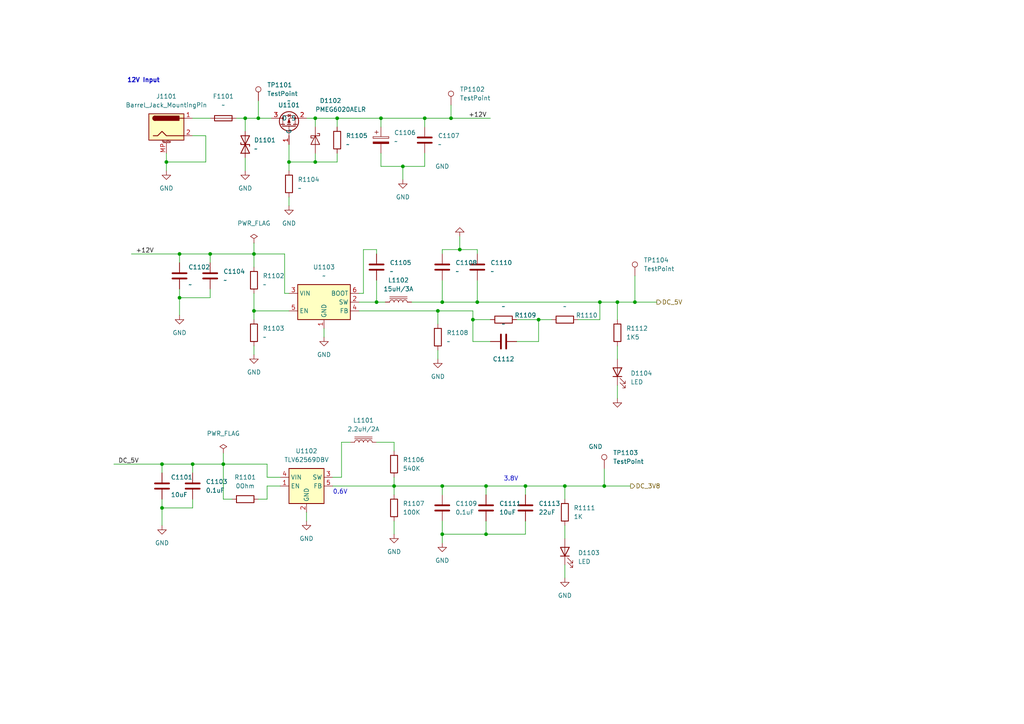
<source format=kicad_sch>
(kicad_sch (version 20211123) (generator eeschema)
  (paper "A4")
  (lib_symbols
    (symbol "Connector:Barrel_Jack_MountingPin" (pin_names hide)
      (property "Reference" "J" (at 0 5.334 0))
      (property "Value" "Barrel_Jack_MountingPin" (at 1.27 -6.35 0))
      (symbol "Barrel_Jack_MountingPin_0_1"
        (rectangle (start -5.08 3.81) (end 5.08 -3.81) (stroke (width 0.254)) (fill (type background)))
        (arc (start -3.302 3.175) (mid -3.937 2.54) (end -3.302 1.905) (stroke (width 0.254)))
        (arc (start -3.302 3.175) (mid -3.937 2.54) (end -3.302 1.905) (stroke (width 0.254)) (fill (type outline)))
        (polyline (pts (xy 5.08 2.54) (xy 3.81 2.54)) (stroke (width 0.254)))
        (polyline (pts (xy -3.81 -2.54) (xy -2.54 -2.54) (xy -1.27 -1.27) (xy 0 -2.54) (xy 2.54 -2.54) (xy 5.08 -2.54)) (stroke (width 0.254)))
        (rectangle (start 3.683 3.175) (end -3.302 1.905) (stroke (width 0.254)) (fill (type outline)))
      )
      (symbol "Barrel_Jack_MountingPin_1_1"
        (polyline (pts (xy -1.016 -4.572) (xy 1.016 -4.572)) (stroke (width 0.1524)))
        (text "Mounting" (at 0 -4.191 0) (effects (font (size 0.381 0.381))))
        (pin passive line (at 7.62 2.54 180) (length 2.54) (name "~") (number "1"))
        (pin passive line (at 7.62 -2.54 180) (length 2.54) (name "~") (number "2"))
        (pin passive line (at 0 -7.62 90) (length 3.048) (name "MountPin") (number "MP"))
      )
    )
    (symbol "Connector:TestPoint" (pin_numbers hide) (pin_names (offset 0.762) hide)
      (property "Reference" "TP" (at 0 6.858 0))
      (property "Value" "TestPoint" (at 0 5.08 0))
      (symbol "TestPoint_0_1"
        (circle (center 0 3.302) (radius 0.762))
      )
      (symbol "TestPoint_1_1"
        (pin passive line (at 0 0 90) (length 2.54) (name "1") (number "1"))
      )
    )
    (symbol "Device:C" (pin_numbers hide) (pin_names (offset 0.254))
      (property "Reference" "C" (at 0.635 2.54 0))
      (property "Value" "C" (at 0.635 -2.54 0))
      (symbol "C_0_1"
        (polyline (pts (xy -2.032 -0.762) (xy 2.032 -0.762)) (stroke (width 0.508)))
        (polyline (pts (xy -2.032 0.762) (xy 2.032 0.762)) (stroke (width 0.508)))
      )
      (symbol "C_1_1"
        (pin passive line (at 0 3.81 270) (length 2.794) (name "~") (number "1"))
        (pin passive line (at 0 -3.81 90) (length 2.794) (name "~") (number "2"))
      )
    )
    (symbol "Device:C_Polarized" (pin_numbers hide) (pin_names (offset 0.254))
      (property "Reference" "C" (at 0.635 2.54 0))
      (property "Value" "C_Polarized" (at 0.635 -2.54 0))
      (symbol "C_Polarized_0_1"
        (rectangle (start -2.286 0.508) (end 2.286 1.016))
        (polyline (pts (xy -1.778 2.286) (xy -0.762 2.286)))
        (polyline (pts (xy -1.27 2.794) (xy -1.27 1.778)))
        (rectangle (start 2.286 -0.508) (end -2.286 -1.016) (fill (type outline)))
      )
      (symbol "C_Polarized_1_1"
        (pin passive line (at 0 3.81 270) (length 2.794) (name "~") (number "1"))
        (pin passive line (at 0 -3.81 90) (length 2.794) (name "~") (number "2"))
      )
    )
    (symbol "Device:D_TVS" (pin_numbers hide) (pin_names (offset 1.016) hide)
      (property "Reference" "D" (at 0 2.54 0))
      (property "Value" "D_TVS" (at 0 -2.54 0))
      (symbol "D_TVS_0_1"
        (polyline (pts (xy 1.27 0) (xy -1.27 0)))
        (polyline (pts (xy 0.508 1.27) (xy 0 1.27) (xy 0 -1.27) (xy -0.508 -1.27)) (stroke (width 0.254)))
        (polyline (pts (xy -2.54 1.27) (xy -2.54 -1.27) (xy 2.54 1.27) (xy 2.54 -1.27) (xy -2.54 1.27)) (stroke (width 0.254)))
      )
      (symbol "D_TVS_1_1"
        (pin passive line (at -3.81 0 0) (length 2.54) (name "A1") (number "1"))
        (pin passive line (at 3.81 0 180) (length 2.54) (name "A2") (number "2"))
      )
    )
    (symbol "Device:Fuse" (pin_numbers hide) (pin_names (offset 0))
      (property "Reference" "F" (at 2.032 0 90))
      (property "Value" "Fuse" (at -1.905 0 90))
      (symbol "Fuse_0_1"
        (rectangle (start -0.762 -2.54) (end 0.762 2.54) (stroke (width 0.254)))
        (polyline (pts (xy 0 2.54) (xy 0 -2.54)))
      )
      (symbol "Fuse_1_1"
        (pin passive line (at 0 3.81 270) (length 1.27) (name "~") (number "1"))
        (pin passive line (at 0 -3.81 90) (length 1.27) (name "~") (number "2"))
      )
    )
    (symbol "Device:LED" (pin_numbers hide) (pin_names (offset 1.016) hide)
      (property "Reference" "D" (at 0 2.54 0))
      (property "Value" "LED" (at 0 -2.54 0))
      (symbol "LED_0_1"
        (polyline (pts (xy -1.27 -1.27) (xy -1.27 1.27)) (stroke (width 0.254)))
        (polyline (pts (xy -1.27 0) (xy 1.27 0)))
        (polyline (pts (xy 1.27 -1.27) (xy 1.27 1.27) (xy -1.27 0) (xy 1.27 -1.27)) (stroke (width 0.254)))
        (polyline (pts (xy -3.048 -0.762) (xy -4.572 -2.286) (xy -3.81 -2.286) (xy -4.572 -2.286) (xy -4.572 -1.524)))
        (polyline (pts (xy -1.778 -0.762) (xy -3.302 -2.286) (xy -2.54 -2.286) (xy -3.302 -2.286) (xy -3.302 -1.524)))
      )
      (symbol "LED_1_1"
        (pin passive line (at -3.81 0 0) (length 2.54) (name "K") (number "1"))
        (pin passive line (at 3.81 0 180) (length 2.54) (name "A") (number "2"))
      )
    )
    (symbol "Device:L_Iron" (pin_numbers hide) (pin_names (offset 1.016) hide)
      (property "Reference" "L" (at -1.27 0 90))
      (property "Value" "L_Iron" (at 2.794 0 90))
      (symbol "L_Iron_0_1"
        (arc (start 0 -2.54) (mid 0.635 -1.905) (end 0 -1.27))
        (arc (start 0 -1.27) (mid 0.635 -0.635) (end 0 0))
        (polyline (pts (xy 1.016 2.54) (xy 1.016 -2.54)))
        (polyline (pts (xy 1.524 -2.54) (xy 1.524 2.54)))
        (arc (start 0 0) (mid 0.635 0.635) (end 0 1.27))
        (arc (start 0 1.27) (mid 0.635 1.905) (end 0 2.54))
      )
      (symbol "L_Iron_1_1"
        (pin passive line (at 0 3.81 270) (length 1.27) (name "1") (number "1"))
        (pin passive line (at 0 -3.81 90) (length 1.27) (name "2") (number "2"))
      )
    )
    (symbol "Device:R" (pin_numbers hide) (pin_names (offset 0))
      (property "Reference" "R" (at 2.032 0 90))
      (property "Value" "R" (at 0 0 90))
      (symbol "R_0_1"
        (rectangle (start -1.016 -2.54) (end 1.016 2.54) (stroke (width 0.254)))
      )
      (symbol "R_1_1"
        (pin passive line (at 0 3.81 270) (length 1.27) (name "~") (number "1"))
        (pin passive line (at 0 -3.81 90) (length 1.27) (name "~") (number "2"))
      )
    )
    (symbol "Diode:PMEG6020AELR" (pin_numbers hide) (pin_names hide)
      (property "Reference" "D" (at 0 2.54 0))
      (property "Value" "PMEG6020AELR" (at 0 -2.54 0))
      (symbol "PMEG6020AELR_0_1"
        (polyline (pts (xy 1.27 0) (xy -1.27 0)))
        (polyline (pts (xy 1.27 1.27) (xy 1.27 -1.27) (xy -1.27 0) (xy 1.27 1.27)) (stroke (width 0.2032)))
        (polyline (pts (xy -1.905 0.635) (xy -1.905 1.27) (xy -1.27 1.27) (xy -1.27 -1.27) (xy -0.635 -1.27) (xy -0.635 -0.635)) (stroke (width 0.2032)))
      )
      (symbol "PMEG6020AELR_1_1"
        (pin passive line (at -3.81 0 0) (length 2.54) (name "K") (number "1"))
        (pin passive line (at 3.81 0 180) (length 2.54) (name "A") (number "2"))
      )
    )
    (symbol "Regulator_Switching:TLV62569DBV"
      (property "Reference" "U" (at -5.08 6.35 0))
      (property "Value" "TLV62569DBV" (at 0 6.35 0))
      (symbol "TLV62569DBV_0_1"
        (rectangle (start -5.08 5.08) (end 5.08 -5.08) (stroke (width 0.254)) (fill (type background)))
      )
      (symbol "TLV62569DBV_1_1"
        (pin input line (at -7.62 0 0) (length 2.54) (name "EN") (number "1"))
        (pin power_in line (at 0 -7.62 90) (length 2.54) (name "GND") (number "2"))
        (pin power_out line (at 7.62 2.54 180) (length 2.54) (name "SW") (number "3"))
        (pin power_in line (at -7.62 2.54 0) (length 2.54) (name "VIN") (number "4"))
        (pin input line (at 7.62 0 180) (length 2.54) (name "FB") (number "5"))
      )
    )
    (symbol "Regulator_Switching:TPS54202DDC"
      (property "Reference" "U" (at -7.62 6.35 0))
      (property "Value" "TPS54202DDC" (at 0 6.35 0))
      (symbol "TPS54202DDC_0_1"
        (rectangle (start -7.62 5.08) (end 7.62 -5.08) (stroke (width 0.254)) (fill (type background)))
      )
      (symbol "TPS54202DDC_1_1"
        (pin power_in line (at 0 -7.62 90) (length 2.54) (name "GND") (number "1"))
        (pin power_out line (at 10.16 0 180) (length 2.54) (name "SW") (number "2"))
        (pin power_in line (at -10.16 2.54 0) (length 2.54) (name "VIN") (number "3"))
        (pin input line (at 10.16 -2.54 180) (length 2.54) (name "FB") (number "4"))
        (pin input line (at -10.16 -2.54 0) (length 2.54) (name "EN") (number "5"))
        (pin passive line (at 10.16 2.54 180) (length 2.54) (name "BOOT") (number "6"))
      )
    )
    (symbol "lp-collapse:Si2347DS"
      (property "Reference" "U" (at 5.08 1.27 0))
      (property "Value" "Si2347DS" (at 7.62 -2.54 0))
      (symbol "Si2347DS_0_1"
        (polyline (pts (xy -1.016 0) (xy -3.81 0)))
        (polyline (pts (xy -1.016 1.905) (xy -1.016 -1.905)) (stroke (width 0.254)))
        (polyline (pts (xy -0.508 -1.27) (xy -0.508 -2.286)) (stroke (width 0.254)))
        (polyline (pts (xy -0.508 0.508) (xy -0.508 -0.508)) (stroke (width 0.254)))
        (polyline (pts (xy -0.508 2.286) (xy -0.508 1.27)) (stroke (width 0.254)))
        (polyline (pts (xy 1.27 2.54) (xy 1.27 1.778)))
        (polyline (pts (xy 1.27 -2.54) (xy 1.27 0) (xy -0.508 0)))
        (polyline (pts (xy -0.508 1.778) (xy 2.032 1.778) (xy 2.032 -1.778) (xy -0.508 -1.778)))
        (polyline (pts (xy 1.016 0) (xy 0 0.381) (xy 0 -0.381) (xy 1.016 0)) (fill (type outline)))
        (polyline (pts (xy 1.524 -0.508) (xy 1.651 -0.381) (xy 2.413 -0.381) (xy 2.54 -0.254)))
        (polyline (pts (xy 2.032 -0.381) (xy 1.651 0.254) (xy 2.413 0.254) (xy 2.032 -0.381)))
        (circle (center 0.381 0) (radius 2.794) (stroke (width 0.254)))
        (circle (center 1.27 -1.778) (radius 0.254) (fill (type outline)))
        (circle (center 1.27 1.778) (radius 0.254) (fill (type outline)))
      )
      (symbol "Si2347DS_1_1"
        (pin input line (at -6.35 0 0) (length 2.54) (name "G") (number "1"))
        (pin passive line (at 1.27 -5.08 90) (length 2.54) (name "S") (number "2"))
        (pin passive line (at 1.27 5.08 270) (length 2.54) (name "D") (number "3"))
      )
    )
    (symbol "power:GND" (power) (pin_names (offset 0))
      (property "Value" "GND" (at 0 -3.81 0))
      (symbol "GND_0_1"
        (polyline (pts (xy 0 0) (xy 0 -1.27) (xy 1.27 -1.27) (xy 0 -2.54) (xy -1.27 -1.27) (xy 0 -1.27)))
      )
      (symbol "GND_1_1"
        (pin power_in line (at 0 0 270) (length 0) hide (name "GND") (number "1"))
      )
    )
    (symbol "power:PWR_FLAG" (power) (pin_numbers hide) (pin_names (offset 0) hide)
      (property "Value" "PWR_FLAG" (at 0 3.81 0))
      (symbol "PWR_FLAG_0_0"
        (pin power_out line (at 0 0 90) (length 0) (name "pwr") (number "1"))
      )
      (symbol "PWR_FLAG_0_1"
        (polyline (pts (xy 0 0) (xy 0 1.27) (xy -1.016 1.905) (xy 0 2.54) (xy 1.016 1.905) (xy 0 1.27)))
      )
    )
  )
  (junction (at 55.88 134.62))
  (junction (at 97.79 34.29))
  (junction (at 133.35 72.39))
  (junction (at 52.07 86.36))
  (junction (at 184.15 87.63))
  (junction (at 128.27 140.97))
  (junction (at 74.93 34.29))
  (junction (at 175.26 140.97))
  (junction (at 46.99 147.32))
  (junction (at 123.19 34.29))
  (junction (at 173.99 87.63))
  (junction (at 73.66 73.66))
  (junction (at 140.97 140.97))
  (junction (at 114.3 140.97))
  (junction (at 128.27 154.94))
  (junction (at 140.97 154.94))
  (junction (at 138.43 87.63))
  (junction (at 48.26 46.99))
  (junction (at 71.12 34.29))
  (junction (at 127 90.17))
  (junction (at 179.07 87.63))
  (junction (at 109.22 87.63))
  (junction (at 116.84 48.26))
  (junction (at 64.77 134.62))
  (junction (at 91.44 34.29))
  (junction (at 128.27 87.63))
  (junction (at 152.4 140.97))
  (junction (at 52.07 73.66))
  (junction (at 73.66 90.17))
  (junction (at 130.81 34.29))
  (junction (at 137.16 92.71))
  (junction (at 83.82 46.99))
  (junction (at 46.99 134.62))
  (junction (at 110.49 34.29))
  (junction (at 156.21 92.71))
  (junction (at 91.44 46.99))
  (junction (at 60.96 73.66))
  (junction (at 163.83 140.97))
  (wire (pts (xy 71.12 45.72) (xy 71.12 49.53)))
  (wire (pts (xy 114.3 140.97) (xy 114.3 143.51)))
  (wire (pts (xy 81.28 140.97) (xy 77.47 140.97)))
  (wire (pts (xy 133.35 68.58) (xy 133.35 72.39)))
  (wire (pts (xy 128.27 73.66) (xy 128.27 72.39)))
  (wire (pts (xy 73.66 90.17) (xy 73.66 92.71)))
  (wire (pts (xy 156.21 99.06) (xy 149.86 99.06)))
  (wire (pts (xy 48.26 46.99) (xy 48.26 44.45)))
  (wire (pts (xy 123.19 48.26) (xy 123.19 44.45)))
  (wire (pts (xy 83.82 41.91) (xy 83.82 46.99)))
  (wire (pts (xy 97.79 44.45) (xy 97.79 46.99)))
  (wire (pts (xy 59.69 46.99) (xy 48.26 46.99)))
  (wire (pts (xy 110.49 34.29) (xy 110.49 36.83)))
  (wire (pts (xy 163.83 152.4) (xy 163.83 156.21)))
  (wire (pts (xy 116.84 48.26) (xy 116.84 52.07)))
  (wire (pts (xy 123.19 34.29) (xy 130.81 34.29)))
  (wire (pts (xy 68.58 34.29) (xy 71.12 34.29)))
  (wire (pts (xy 138.43 87.63) (xy 128.27 87.63)))
  (wire (pts (xy 67.31 144.78) (xy 64.77 144.78)))
  (wire (pts (xy 137.16 92.71) (xy 142.24 92.71)))
  (wire (pts (xy 127 101.6) (xy 127 104.14)))
  (wire (pts (xy 64.77 134.62) (xy 77.47 134.62)))
  (wire (pts (xy 130.81 30.48) (xy 130.81 34.29)))
  (wire (pts (xy 60.96 83.82) (xy 60.96 86.36)))
  (wire (pts (xy 82.55 85.09) (xy 83.82 85.09)))
  (wire (pts (xy 110.49 48.26) (xy 116.84 48.26)))
  (wire (pts (xy 82.55 73.66) (xy 82.55 85.09)))
  (wire (pts (xy 140.97 140.97) (xy 140.97 143.51)))
  (wire (pts (xy 110.49 44.45) (xy 110.49 48.26)))
  (wire (pts (xy 152.4 154.94) (xy 140.97 154.94)))
  (wire (pts (xy 128.27 154.94) (xy 140.97 154.94)))
  (wire (pts (xy 156.21 92.71) (xy 160.02 92.71)))
  (wire (pts (xy 140.97 151.13) (xy 140.97 154.94)))
  (wire (pts (xy 55.88 34.29) (xy 60.96 34.29)))
  (wire (pts (xy 128.27 81.28) (xy 128.27 87.63)))
  (wire (pts (xy 83.82 90.17) (xy 73.66 90.17)))
  (wire (pts (xy 91.44 34.29) (xy 97.79 34.29)))
  (wire (pts (xy 128.27 140.97) (xy 140.97 140.97)))
  (wire (pts (xy 104.14 90.17) (xy 127 90.17)))
  (wire (pts (xy 179.07 87.63) (xy 179.07 92.71)))
  (wire (pts (xy 175.26 135.89) (xy 175.26 140.97)))
  (wire (pts (xy 83.82 46.99) (xy 83.82 49.53)))
  (wire (pts (xy 149.86 92.71) (xy 156.21 92.71)))
  (wire (pts (xy 179.07 100.33) (xy 179.07 104.14)))
  (wire (pts (xy 156.21 92.71) (xy 156.21 99.06)))
  (wire (pts (xy 167.64 92.71) (xy 173.99 92.71)))
  (wire (pts (xy 163.83 140.97) (xy 175.26 140.97)))
  (wire (pts (xy 140.97 140.97) (xy 152.4 140.97)))
  (wire (pts (xy 110.49 34.29) (xy 123.19 34.29)))
  (wire (pts (xy 55.88 39.37) (xy 59.69 39.37)))
  (wire (pts (xy 73.66 100.33) (xy 73.66 102.87)))
  (wire (pts (xy 173.99 87.63) (xy 179.07 87.63)))
  (wire (pts (xy 52.07 86.36) (xy 52.07 91.44)))
  (wire (pts (xy 83.82 57.15) (xy 83.82 59.69)))
  (wire (pts (xy 55.88 134.62) (xy 55.88 137.16)))
  (wire (pts (xy 130.81 34.29) (xy 142.24 34.29)))
  (wire (pts (xy 46.99 144.78) (xy 46.99 147.32)))
  (wire (pts (xy 128.27 140.97) (xy 128.27 143.51)))
  (wire (pts (xy 55.88 144.78) (xy 55.88 147.32)))
  (wire (pts (xy 46.99 147.32) (xy 55.88 147.32)))
  (wire (pts (xy 74.93 34.29) (xy 78.74 34.29)))
  (wire (pts (xy 52.07 76.2) (xy 52.07 73.66)))
  (wire (pts (xy 138.43 81.28) (xy 138.43 87.63)))
  (wire (pts (xy 73.66 85.09) (xy 73.66 90.17)))
  (wire (pts (xy 127 90.17) (xy 127 93.98)))
  (wire (pts (xy 71.12 34.29) (xy 74.93 34.29)))
  (wire (pts (xy 88.9 34.29) (xy 91.44 34.29)))
  (wire (pts (xy 83.82 46.99) (xy 91.44 46.99)))
  (wire (pts (xy 152.4 151.13) (xy 152.4 154.94)))
  (wire (pts (xy 128.27 72.39) (xy 133.35 72.39)))
  (wire (pts (xy 60.96 73.66) (xy 60.96 76.2)))
  (wire (pts (xy 88.9 148.59) (xy 88.9 151.13)))
  (wire (pts (xy 64.77 131.445) (xy 64.77 134.62)))
  (wire (pts (xy 152.4 140.97) (xy 152.4 143.51)))
  (wire (pts (xy 46.99 134.62) (xy 55.88 134.62)))
  (wire (pts (xy 48.26 46.99) (xy 48.26 49.53)))
  (wire (pts (xy 137.16 99.06) (xy 137.16 92.71)))
  (wire (pts (xy 73.66 70.485) (xy 73.66 73.66)))
  (wire (pts (xy 104.14 87.63) (xy 109.22 87.63)))
  (wire (pts (xy 138.43 87.63) (xy 173.99 87.63)))
  (wire (pts (xy 71.12 34.29) (xy 71.12 38.1)))
  (wire (pts (xy 91.44 34.29) (xy 91.44 36.83)))
  (wire (pts (xy 116.84 48.26) (xy 123.19 48.26)))
  (wire (pts (xy 74.93 29.21) (xy 74.93 34.29)))
  (wire (pts (xy 33.02 134.62) (xy 46.99 134.62)))
  (wire (pts (xy 73.66 73.66) (xy 73.66 77.47)))
  (wire (pts (xy 128.27 151.13) (xy 128.27 154.94)))
  (wire (pts (xy 114.3 138.43) (xy 114.3 140.97)))
  (wire (pts (xy 64.77 134.62) (xy 64.77 144.78)))
  (wire (pts (xy 184.15 87.63) (xy 190.5 87.63)))
  (wire (pts (xy 137.16 90.17) (xy 137.16 92.71)))
  (wire (pts (xy 60.96 73.66) (xy 73.66 73.66)))
  (wire (pts (xy 127 90.17) (xy 137.16 90.17)))
  (wire (pts (xy 52.07 83.82) (xy 52.07 86.36)))
  (wire (pts (xy 97.79 34.29) (xy 110.49 34.29)))
  (wire (pts (xy 77.47 140.97) (xy 77.47 144.78)))
  (wire (pts (xy 175.26 140.97) (xy 182.88 140.97)))
  (wire (pts (xy 46.99 137.16) (xy 46.99 134.62)))
  (wire (pts (xy 163.83 163.83) (xy 163.83 167.64)))
  (wire (pts (xy 105.41 85.09) (xy 105.41 72.39)))
  (wire (pts (xy 93.98 95.25) (xy 93.98 97.79)))
  (wire (pts (xy 73.66 73.66) (xy 82.55 73.66)))
  (wire (pts (xy 52.07 86.36) (xy 60.96 86.36)))
  (wire (pts (xy 138.43 72.39) (xy 138.43 73.66)))
  (wire (pts (xy 109.22 87.63) (xy 111.76 87.63)))
  (wire (pts (xy 109.22 128.27) (xy 114.3 128.27)))
  (wire (pts (xy 179.07 111.76) (xy 179.07 115.57)))
  (wire (pts (xy 142.24 99.06) (xy 137.16 99.06)))
  (wire (pts (xy 114.3 128.27) (xy 114.3 130.81)))
  (wire (pts (xy 184.15 80.01) (xy 184.15 87.63)))
  (wire (pts (xy 97.79 34.29) (xy 97.79 36.83)))
  (wire (pts (xy 163.83 140.97) (xy 163.83 144.78)))
  (wire (pts (xy 179.07 87.63) (xy 184.15 87.63)))
  (wire (pts (xy 96.52 140.97) (xy 114.3 140.97)))
  (wire (pts (xy 55.88 134.62) (xy 64.77 134.62)))
  (wire (pts (xy 74.93 144.78) (xy 77.47 144.78)))
  (wire (pts (xy 104.14 85.09) (xy 105.41 85.09)))
  (wire (pts (xy 77.47 134.62) (xy 77.47 138.43)))
  (wire (pts (xy 38.1 73.66) (xy 52.07 73.66)))
  (wire (pts (xy 173.99 87.63) (xy 173.99 92.71)))
  (wire (pts (xy 152.4 140.97) (xy 163.83 140.97)))
  (wire (pts (xy 99.06 128.27) (xy 99.06 138.43)))
  (wire (pts (xy 114.3 140.97) (xy 128.27 140.97)))
  (wire (pts (xy 97.79 46.99) (xy 91.44 46.99)))
  (wire (pts (xy 59.69 39.37) (xy 59.69 46.99)))
  (wire (pts (xy 133.35 72.39) (xy 138.43 72.39)))
  (wire (pts (xy 109.22 81.28) (xy 109.22 87.63)))
  (wire (pts (xy 109.22 72.39) (xy 109.22 73.66)))
  (wire (pts (xy 114.3 151.13) (xy 114.3 154.94)))
  (wire (pts (xy 123.19 34.29) (xy 123.19 36.83)))
  (wire (pts (xy 91.44 44.45) (xy 91.44 46.99)))
  (wire (pts (xy 99.06 138.43) (xy 96.52 138.43)))
  (wire (pts (xy 101.6 128.27) (xy 99.06 128.27)))
  (wire (pts (xy 119.38 87.63) (xy 128.27 87.63)))
  (wire (pts (xy 105.41 72.39) (xy 109.22 72.39)))
  (wire (pts (xy 46.99 147.32) (xy 46.99 152.4)))
  (wire (pts (xy 77.47 138.43) (xy 81.28 138.43)))
  (wire (pts (xy 52.07 73.66) (xy 60.96 73.66)))
  (wire (pts (xy 128.27 154.94) (xy 128.27 157.48)))
  (text "12V Input" (at 36.83 24.13 0) (effects (font (size 1.27 1.27) (thickness 0.254) bold) (justify left bottom)))
  (text "3.8V" (at 146.05 139.7 0) (effects (font (size 1.27 1.27)) (justify left bottom)))
  (text "0.6V" (at 96.52 143.51 0) (effects (font (size 1.27 1.27)) (justify left bottom)))
  (label "DC_5V" (at 34.29 134.62 0))
  (label "+12V" (at 39.37 73.66 0))
  (label "+12V" (at 135.89 34.29 0))
  (hierarchical_label "DC_5V" (shape output) (at 190.5 87.63 0))
  (hierarchical_label "DC_3V8" (shape output) (at 182.88 140.97 0))
  (symbol (lib_id "power:GND") (at 46.99 152.4 0) (unit 1)
    (property "Reference" "#PWR01101" (effects hide))
    (property "Value" "~" (at 46.99 157.48 0))
  )
  (symbol (lib_id "Device:R") (at 163.83 92.71 90) (unit 1)
    (property "Reference" "R1110" (at 170.18 91.44 90))
    (property "Value" "~" (at 163.83 88.9 90))
  )
  (symbol (lib_id "Device:C") (at 146.05 99.06 90) (unit 1)
    (property "Reference" "C1112" (at 146.05 104.14 90))
    (property "Value" "~" (at 146.05 93.98 90))
  )
  (symbol (lib_id "Device:D_TVS") (at 71.12 41.91 90) (unit 1)
    (property "Reference" "D1101" (at 73.66 40.6399 90) (effects (justify right)))
    (property "Value" "~" (at 73.66 43.1799 90) (effects (justify right)))
  )
  (symbol (lib_id "power:GND") (at 83.82 59.69 0) (unit 1)
    (property "Reference" "#PWR01106" (effects hide))
    (property "Value" "~" (at 83.82 64.77 0))
  )
  (symbol (lib_id "power:GND") (at 116.84 52.07 0) (unit 1)
    (property "Reference" "#PWR01110" (effects hide))
    (property "Value" "~" (at 116.84 57.15 0))
  )
  (symbol (lib_id "Device:R") (at 71.12 144.78 90) (unit 1)
    (property "Reference" "R1101" (at 71.12 138.43 90))
    (property "Value" "0Ohm" (at 71.12 140.97 90))
  )
  (symbol (lib_id "Device:R") (at 114.3 134.62 0) (unit 1)
    (property "Reference" "R1106" (at 116.84 133.3499 0) (effects (justify left)))
    (property "Value" "540K" (at 116.84 135.8899 0) (effects (justify left)))
  )
  (symbol (lib_id "power:GND") (at 179.07 115.57 0) (unit 1)
    (property "Reference" "#PWR01115" (effects hide))
    (property "Value" "~" (at 172.72 129.54 0))
  )
  (symbol (lib_id "Diode:PMEG6020AELR") (at 91.44 40.64 270) (unit 1)
    (property "Reference" "D1102" (at 92.71 29.21 90) (effects (justify left)))
    (property "Value" "PMEG6020AELR" (at 91.44 31.75 90) (effects (justify left)))
    (property "Footprint" "Diode_SMD:Nexperia_CFP3_SOD-123W" (effects hide))
    (property "Datasheet" "https://assets.nexperia.com/documents/data-sheet/PMEG6020AELR.pdf" (effects hide))
  )
  (symbol (lib_id "power:PWR_FLAG") (at 64.77 131.445 0) (unit 1)
    (property "Reference" "#FLG0120" (effects hide))
    (property "Value" "PWR_FLAG" (at 64.77 125.73 0))
  )
  (symbol (lib_id "Device:C") (at 140.97 147.32 0) (unit 1)
    (property "Reference" "C1111" (at 144.78 146.0499 0) (effects (justify left)))
    (property "Value" "10uF" (at 144.78 148.5899 0) (effects (justify left)))
  )
  (symbol (lib_id "Device:LED") (at 179.07 107.95 90) (unit 1)
    (property "Reference" "D1104" (at 182.88 108.2674 90) (effects (justify right)))
    (property "Value" "LED" (at 182.88 110.8074 90) (effects (justify right)))
  )
  (symbol (lib_id "power:GND") (at 163.83 167.64 0) (unit 1)
    (property "Reference" "#PWR01114" (effects hide))
    (property "Value" "~" (at 163.83 172.72 0))
  )
  (symbol (lib_id "Device:R") (at 127 97.79 0) (unit 1)
    (property "Reference" "R1108" (at 129.54 96.5199 0) (effects (justify left)))
    (property "Value" "~" (at 129.54 99.0599 0) (effects (justify left)))
  )
  (symbol (lib_id "power:GND") (at 133.35 68.58 180) (unit 1)
    (property "Reference" "#PWR01113" (effects hide))
    (property "Value" "~" (at 128.27 48.26 0))
  )
  (symbol (lib_id "Device:C") (at 128.27 77.47 0) (unit 1)
    (property "Reference" "C1108" (at 132.08 76.1999 0) (effects (justify left)))
    (property "Value" "~" (at 132.08 78.7399 0) (effects (justify left)))
  )
  (symbol (lib_id "Device:R") (at 73.66 96.52 0) (unit 1)
    (property "Reference" "R1103" (at 76.2 95.2499 0) (effects (justify left)))
    (property "Value" "~" (at 76.2 97.7899 0) (effects (justify left)))
  )
  (symbol (lib_id "Connector:Barrel_Jack_MountingPin") (at 48.26 36.83 0) (unit 1)
    (property "Reference" "J1101" (at 48.26 27.94 0))
    (property "Value" "Barrel_Jack_MountingPin" (at 48.26 30.48 0))
  )
  (symbol (lib_id "power:GND") (at 48.26 49.53 0) (unit 1)
    (property "Reference" "#PWR01102" (effects hide))
    (property "Value" "~" (at 48.26 54.61 0))
  )
  (symbol (lib_id "Device:C") (at 123.19 40.64 0) (unit 1)
    (property "Reference" "C1107" (at 127 39.3699 0) (effects (justify left)))
    (property "Value" "~" (at 127 41.9099 0) (effects (justify left)))
  )
  (symbol (lib_id "Device:C") (at 46.99 140.97 0) (unit 1)
    (property "Reference" "C1101" (at 49.53 138.43 0) (effects (justify left)))
    (property "Value" "10uF" (at 49.53 143.51 0) (effects (justify left)))
  )
  (symbol (lib_id "power:GND") (at 93.98 97.79 0) (unit 1)
    (property "Reference" "#PWR01108" (effects hide))
    (property "Value" "~" (at 93.98 102.87 0))
  )
  (symbol (lib_id "Device:Fuse") (at 64.77 34.29 90) (unit 1)
    (property "Reference" "F1101" (at 64.77 27.94 90))
    (property "Value" "~" (at 64.77 30.48 90))
  )
  (symbol (lib_id "Device:R") (at 163.83 148.59 0) (unit 1)
    (property "Reference" "R1111" (at 166.37 147.3199 0) (effects (justify left)))
    (property "Value" "1K" (at 166.37 149.8599 0) (effects (justify left)))
  )
  (symbol (lib_id "Device:C") (at 52.07 80.01 0) (unit 1)
    (property "Reference" "C1102" (at 54.61 77.47 0) (effects (justify left)))
    (property "Value" "~" (at 54.61 82.55 0) (effects (justify left)))
  )
  (symbol (lib_id "Device:R") (at 73.66 81.28 0) (unit 1)
    (property "Reference" "R1102" (at 76.2 80.0099 0) (effects (justify left)))
    (property "Value" "~" (at 76.2 82.5499 0) (effects (justify left)))
  )
  (symbol (lib_id "Device:C") (at 152.4 147.32 0) (unit 1)
    (property "Reference" "C1113" (at 156.21 146.0499 0) (effects (justify left)))
    (property "Value" "22uF" (at 156.21 148.5899 0) (effects (justify left)))
  )
  (symbol (lib_id "Connector:TestPoint") (at 175.26 135.89 0) (unit 1)
    (property "Reference" "TP1103" (at 177.8 131.3179 0) (effects (justify left)))
    (property "Value" "TestPoint" (at 177.8 133.8579 0) (effects (justify left)))
  )
  (symbol (lib_id "Connector:TestPoint") (at 74.93 29.21 0) (unit 1)
    (property "Reference" "TP1101" (at 77.47 24.6379 0) (effects (justify left)))
    (property "Value" "TestPoint" (at 77.47 27.1779 0) (effects (justify left)))
  )
  (symbol (lib_id "Connector:TestPoint") (at 184.15 80.01 0) (unit 1)
    (property "Reference" "TP1104" (at 186.69 75.4379 0) (effects (justify left)))
    (property "Value" "TestPoint" (at 186.69 77.9779 0) (effects (justify left)))
  )
  (symbol (lib_id "Device:R") (at 179.07 96.52 0) (unit 1)
    (property "Reference" "R1112" (at 181.61 95.2499 0) (effects (justify left)))
    (property "Value" "1K5" (at 181.61 97.7899 0) (effects (justify left)))
  )
  (symbol (lib_id "power:GND") (at 128.27 157.48 0) (unit 1)
    (property "Reference" "#PWR01112" (effects hide))
    (property "Value" "~" (at 128.27 162.56 0))
  )
  (symbol (lib_id "power:PWR_FLAG") (at 73.66 70.485 0) (unit 1)
    (property "Reference" "#FLG0121" (effects hide))
    (property "Value" "PWR_FLAG" (at 73.66 64.77 0))
  )
  (symbol (lib_id "Regulator_Switching:TLV62569DBV") (at 88.9 140.97 0) (unit 1)
    (property "Reference" "U1102" (at 88.9 130.81 0))
    (property "Value" "TLV62569DBV" (at 88.9 133.35 0))
    (property "Footprint" "Package_TO_SOT_SMD:SOT-23-5" (effects hide))
    (property "Datasheet" "http://www.ti.com/lit/ds/symlink/tlv62569.pdf" (effects hide))
  )
  (symbol (lib_id "Device:C") (at 60.96 80.01 0) (unit 1)
    (property "Reference" "C1104" (at 64.77 78.7399 0) (effects (justify left)))
    (property "Value" "~" (at 64.77 81.2799 0) (effects (justify left)))
  )
  (symbol (lib_id "Device:L_Iron") (at 105.41 128.27 90) (unit 1)
    (property "Reference" "L1101" (at 105.41 121.92 90))
    (property "Value" "2.2uH/2A" (at 105.41 124.46 90))
  )
  (symbol (lib_id "Device:L_Iron") (at 115.57 87.63 90) (unit 1)
    (property "Reference" "L1102" (at 115.57 81.28 90))
    (property "Value" "15uH/3A" (at 115.57 83.82 90))
  )
  (symbol (lib_id "Device:C") (at 128.27 147.32 0) (unit 1)
    (property "Reference" "C1109" (at 132.08 146.0499 0) (effects (justify left)))
    (property "Value" "0.1uF" (at 132.08 148.5899 0) (effects (justify left)))
  )
  (symbol (lib_id "Device:C") (at 109.22 77.47 0) (unit 1)
    (property "Reference" "C1105" (at 113.03 76.1999 0) (effects (justify left)))
    (property "Value" "~" (at 113.03 78.7399 0) (effects (justify left)))
  )
  (symbol (lib_id "Regulator_Switching:TPS54202DDC") (at 93.98 87.63 0) (unit 1)
    (property "Reference" "U1103" (at 93.98 77.47 0))
    (property "Value" "~" (at 93.98 80.01 0))
    (property "Datasheet" "http://www.ti.com/lit/ds/symlink/tps54202.pdf" (effects hide))
  )
  (symbol (lib_id "Device:C") (at 55.88 140.97 0) (unit 1)
    (property "Reference" "C1103" (at 59.69 139.6999 0) (effects (justify left)))
    (property "Value" "0.1uF" (at 59.69 142.2399 0) (effects (justify left)))
  )
  (symbol (lib_id "power:GND") (at 88.9 151.13 0) (unit 1)
    (property "Reference" "#PWR01107" (effects hide))
    (property "Value" "~" (at 88.9 156.21 0))
  )
  (symbol (lib_id "power:GND") (at 114.3 154.94 0) (unit 1)
    (property "Reference" "#PWR01109" (effects hide))
    (property "Value" "~" (at 114.3 160.02 0))
  )
  (symbol (lib_id "Device:R") (at 97.79 40.64 0) (unit 1)
    (property "Reference" "R1105" (at 100.33 39.3699 0) (effects (justify left)))
    (property "Value" "~" (at 100.33 41.9099 0) (effects (justify left)))
  )
  (symbol (lib_id "power:GND") (at 52.07 91.44 0) (unit 1)
    (property "Reference" "#PWR01103" (effects hide))
    (property "Value" "~" (at 52.07 96.52 0))
  )
  (symbol (lib_id "Device:R") (at 146.05 92.71 90) (unit 1)
    (property "Reference" "R1109" (at 152.4 91.44 90))
    (property "Value" "~" (at 146.05 88.9 90))
  )
  (symbol (lib_id "power:GND") (at 71.12 49.53 0) (unit 1)
    (property "Reference" "#PWR01104" (effects hide))
    (property "Value" "~" (at 71.12 54.61 0))
  )
  (symbol (lib_id "power:GND") (at 73.66 102.87 0) (unit 1)
    (property "Reference" "#PWR01105" (effects hide))
    (property "Value" "~" (at 73.66 107.95 0))
  )
  (symbol (lib_id "Device:LED") (at 163.83 160.02 90) (unit 1)
    (property "Reference" "D1103" (at 167.64 160.3374 90) (effects (justify right)))
    (property "Value" "LED" (at 167.64 162.8774 90) (effects (justify right)))
  )
  (symbol (lib_id "lp-collapse:Si2347DS") (at 83.82 35.56 90) (unit 1)
    (property "Reference" "U1101" (at 83.82 30.48 90))
    (property "Value" "~" (at 83.82 29.21 90))
  )
  (symbol (lib_id "power:GND") (at 127 104.14 0) (unit 1)
    (property "Reference" "#PWR01111" (effects hide))
    (property "Value" "~" (at 127 109.22 0))
  )
  (symbol (lib_id "Device:C_Polarized") (at 110.49 40.64 0) (unit 1)
    (property "Reference" "C1106" (at 114.3 38.4809 0) (effects (justify left)))
    (property "Value" "~" (at 114.3 41.0209 0) (effects (justify left)))
  )
  (symbol (lib_id "Device:C") (at 138.43 77.47 0) (unit 1)
    (property "Reference" "C1110" (at 142.24 76.1999 0) (effects (justify left)))
    (property "Value" "~" (at 142.24 78.7399 0) (effects (justify left)))
  )
  (symbol (lib_id "Device:R") (at 114.3 147.32 0) (unit 1)
    (property "Reference" "R1107" (at 116.84 146.0499 0) (effects (justify left)))
    (property "Value" "100K" (at 116.84 148.5899 0) (effects (justify left)))
  )
  (symbol (lib_id "Connector:TestPoint") (at 130.81 30.48 0) (unit 1)
    (property "Reference" "TP1102" (at 133.35 25.9079 0) (effects (justify left)))
    (property "Value" "TestPoint" (at 133.35 28.4479 0) (effects (justify left)))
  )
  (symbol (lib_id "Device:R") (at 83.82 53.34 0) (unit 1)
    (property "Reference" "R1104" (at 86.36 52.0699 0) (effects (justify left)))
    (property "Value" "~" (at 86.36 54.6099 0) (effects (justify left)))
  )
)
</source>
